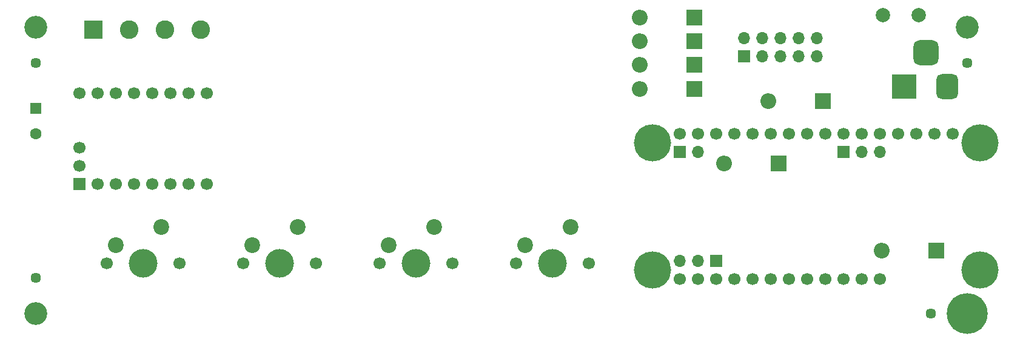
<source format=gbr>
%TF.GenerationSoftware,KiCad,Pcbnew,(6.0.0)*%
%TF.CreationDate,2022-01-09T22:19:22-05:00*%
%TF.ProjectId,Main-board-FeatherRP2040,4d61696e-2d62-46f6-9172-642d46656174,rev?*%
%TF.SameCoordinates,Original*%
%TF.FileFunction,Soldermask,Top*%
%TF.FilePolarity,Negative*%
%FSLAX46Y46*%
G04 Gerber Fmt 4.6, Leading zero omitted, Abs format (unit mm)*
G04 Created by KiCad (PCBNEW (6.0.0)) date 2022-01-09 22:19:22*
%MOMM*%
%LPD*%
G01*
G04 APERTURE LIST*
G04 Aperture macros list*
%AMRoundRect*
0 Rectangle with rounded corners*
0 $1 Rounding radius*
0 $2 $3 $4 $5 $6 $7 $8 $9 X,Y pos of 4 corners*
0 Add a 4 corners polygon primitive as box body*
4,1,4,$2,$3,$4,$5,$6,$7,$8,$9,$2,$3,0*
0 Add four circle primitives for the rounded corners*
1,1,$1+$1,$2,$3*
1,1,$1+$1,$4,$5*
1,1,$1+$1,$6,$7*
1,1,$1+$1,$8,$9*
0 Add four rect primitives between the rounded corners*
20,1,$1+$1,$2,$3,$4,$5,0*
20,1,$1+$1,$4,$5,$6,$7,0*
20,1,$1+$1,$6,$7,$8,$9,0*
20,1,$1+$1,$8,$9,$2,$3,0*%
G04 Aperture macros list end*
%ADD10C,2.000000*%
%ADD11C,5.700000*%
%ADD12R,1.600000X1.600000*%
%ADD13C,1.600000*%
%ADD14C,1.448000*%
%ADD15C,4.000000*%
%ADD16C,1.700000*%
%ADD17C,2.200000*%
%ADD18R,2.600000X2.600000*%
%ADD19C,2.600000*%
%ADD20R,2.200000X2.200000*%
%ADD21O,2.200000X2.200000*%
%ADD22C,3.200000*%
%ADD23R,1.700000X1.700000*%
%ADD24O,1.700000X1.700000*%
%ADD25R,3.500000X3.500000*%
%ADD26RoundRect,0.750000X0.750000X1.000000X-0.750000X1.000000X-0.750000X-1.000000X0.750000X-1.000000X0*%
%ADD27RoundRect,0.875000X0.875000X0.875000X-0.875000X0.875000X-0.875000X-0.875000X0.875000X-0.875000X0*%
%ADD28C,5.200000*%
G04 APERTURE END LIST*
D10*
%TO.C,F1*%
X123300000Y-3300000D03*
X128300000Y-3300000D03*
%TD*%
D11*
%TO.C,H1*%
X135000000Y-45000000D03*
%TD*%
D12*
%TO.C,C3*%
X5000000Y-16347349D03*
D13*
X5000000Y-19847349D03*
%TD*%
D14*
%TO.C,HT2*%
X135000000Y-10000000D03*
%TD*%
D15*
%TO.C,SW4*%
X77150000Y-38000000D03*
D16*
X72070000Y-38000000D03*
X82230000Y-38000000D03*
D17*
X79690000Y-32920000D03*
X73340000Y-35460000D03*
%TD*%
D18*
%TO.C,J8*%
X13000000Y-5305000D03*
D19*
X18000000Y-5305000D03*
X23000000Y-5305000D03*
X28000000Y-5305000D03*
%TD*%
D20*
%TO.C,D6*%
X96960000Y-13600000D03*
D21*
X89340000Y-13600000D03*
%TD*%
D22*
%TO.C,H4*%
X5000000Y-5000000D03*
%TD*%
D23*
%TO.C,J3*%
X117810000Y-22380000D03*
D24*
X120350000Y-22380000D03*
X122890000Y-22380000D03*
%TD*%
D22*
%TO.C,H2*%
X135000000Y-5000000D03*
%TD*%
D25*
%TO.C,J1*%
X126250000Y-13257500D03*
D26*
X132250000Y-13257500D03*
D27*
X129250000Y-8557500D03*
%TD*%
D14*
%TO.C,HT1*%
X5000000Y-10000000D03*
%TD*%
%TO.C,HT4*%
X130000000Y-45000000D03*
%TD*%
D16*
%TO.C,SW1*%
X14920000Y-38000000D03*
X25080000Y-38000000D03*
D15*
X20000000Y-38000000D03*
D17*
X22540000Y-32920000D03*
X16190000Y-35460000D03*
%TD*%
D20*
%TO.C,D1*%
X130725000Y-36225000D03*
D21*
X123105000Y-36225000D03*
%TD*%
D14*
%TO.C,HT3*%
X5000000Y-40000000D03*
%TD*%
D20*
%TO.C,D2*%
X108750000Y-24025000D03*
D21*
X101130000Y-24025000D03*
%TD*%
D20*
%TO.C,D7*%
X96950000Y-3600000D03*
D21*
X89330000Y-3600000D03*
%TD*%
D23*
%TO.C,U2*%
X11110000Y-26850000D03*
D16*
X13650000Y-26850000D03*
X16190000Y-26850000D03*
X18730000Y-26850000D03*
X21270000Y-26850000D03*
X23810000Y-26850000D03*
X26350000Y-26850000D03*
X28890000Y-26850000D03*
X28890000Y-14150000D03*
X26350000Y-14150000D03*
X23810000Y-14150000D03*
X21270000Y-14150000D03*
X18730000Y-14150000D03*
X16190000Y-14150000D03*
X13650000Y-14150000D03*
X11110000Y-14150000D03*
X11110000Y-24310000D03*
X11110000Y-21770000D03*
%TD*%
D22*
%TO.C,H3*%
X5000000Y-45000000D03*
%TD*%
D28*
%TO.C,U1*%
X136860000Y-21110000D03*
X91140000Y-21110000D03*
X136860000Y-38890000D03*
X91140000Y-38890000D03*
D16*
X133050000Y-19840000D03*
X130510000Y-19840000D03*
X127970000Y-19840000D03*
X125430000Y-19840000D03*
X122890000Y-19840000D03*
X120350000Y-19840000D03*
X117810000Y-19840000D03*
X115270000Y-19840000D03*
X112730000Y-19840000D03*
X110190000Y-19840000D03*
X107650000Y-19840000D03*
X105110000Y-19840000D03*
X102570000Y-19840000D03*
X100030000Y-19840000D03*
X97490000Y-19840000D03*
X94950000Y-19840000D03*
X94950000Y-40160000D03*
X97490000Y-40160000D03*
X100030000Y-40160000D03*
X102570000Y-40160000D03*
X105110000Y-40160000D03*
X107650000Y-40160000D03*
X110190000Y-40160000D03*
X112730000Y-40160000D03*
X115270000Y-40160000D03*
X117810000Y-40160000D03*
X120350000Y-40160000D03*
X122890000Y-40160000D03*
%TD*%
D20*
%TO.C,D3*%
X114860000Y-15275000D03*
D21*
X107240000Y-15275000D03*
%TD*%
D23*
%TO.C,J2*%
X103920000Y-9020000D03*
D24*
X103920000Y-6480000D03*
X106460000Y-9020000D03*
X106460000Y-6480000D03*
X109000000Y-9020000D03*
X109000000Y-6480000D03*
X111540000Y-9020000D03*
X111540000Y-6480000D03*
X114080000Y-9020000D03*
X114080000Y-6480000D03*
%TD*%
D15*
%TO.C,SW3*%
X58100000Y-38000000D03*
D16*
X53020000Y-38000000D03*
X63180000Y-38000000D03*
D17*
X60640000Y-32920000D03*
X54290000Y-35460000D03*
%TD*%
D20*
%TO.C,D5*%
X96960000Y-10200000D03*
D21*
X89340000Y-10200000D03*
%TD*%
D15*
%TO.C,SW2*%
X39050000Y-38000000D03*
D16*
X33970000Y-38000000D03*
X44130000Y-38000000D03*
D17*
X41590000Y-32920000D03*
X35240000Y-35460000D03*
%TD*%
D20*
%TO.C,D4*%
X96960000Y-6900000D03*
D21*
X89340000Y-6900000D03*
%TD*%
D23*
%TO.C,J4*%
X100030000Y-37620000D03*
D24*
X97490000Y-37620000D03*
X94950000Y-37620000D03*
%TD*%
D23*
%TO.C,J5*%
X94950000Y-22380000D03*
D24*
X97490000Y-22380000D03*
%TD*%
M02*

</source>
